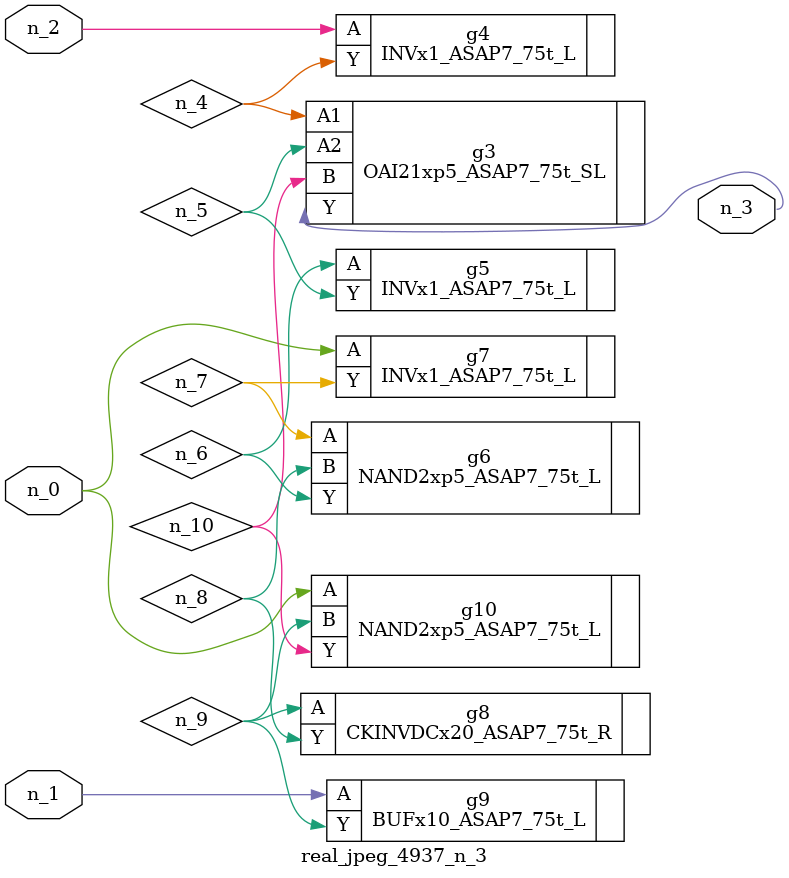
<source format=v>
module real_jpeg_4937_n_3 (n_1, n_0, n_2, n_3);

input n_1;
input n_0;
input n_2;

output n_3;

wire n_5;
wire n_4;
wire n_8;
wire n_6;
wire n_7;
wire n_10;
wire n_9;

INVx1_ASAP7_75t_L g7 ( 
.A(n_0),
.Y(n_7)
);

NAND2xp5_ASAP7_75t_L g10 ( 
.A(n_0),
.B(n_9),
.Y(n_10)
);

BUFx10_ASAP7_75t_L g9 ( 
.A(n_1),
.Y(n_9)
);

INVx1_ASAP7_75t_L g4 ( 
.A(n_2),
.Y(n_4)
);

OAI21xp5_ASAP7_75t_SL g3 ( 
.A1(n_4),
.A2(n_5),
.B(n_10),
.Y(n_3)
);

INVx1_ASAP7_75t_L g5 ( 
.A(n_6),
.Y(n_5)
);

NAND2xp5_ASAP7_75t_L g6 ( 
.A(n_7),
.B(n_8),
.Y(n_6)
);

CKINVDCx20_ASAP7_75t_R g8 ( 
.A(n_9),
.Y(n_8)
);


endmodule
</source>
